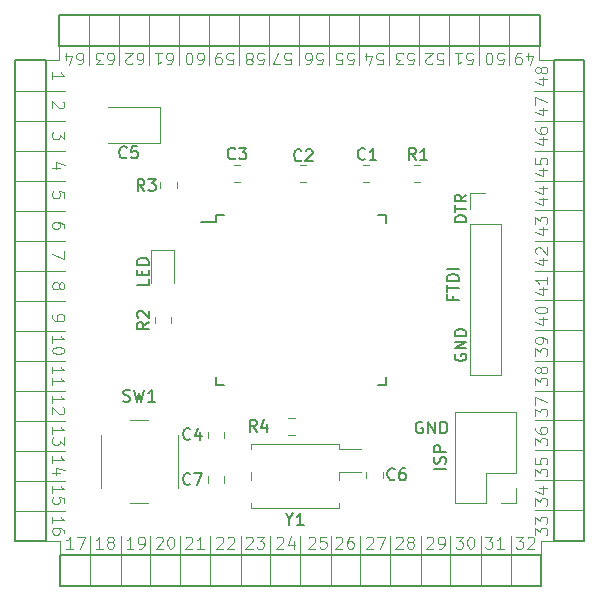
<source format=gbr>
G04 #@! TF.GenerationSoftware,KiCad,Pcbnew,(5.1.5-0-10_14)*
G04 #@! TF.CreationDate,2020-11-09T16:06:39+01:00*
G04 #@! TF.ProjectId,ATmega128_Breakout_Board,41546d65-6761-4313-9238-5f427265616b,rev?*
G04 #@! TF.SameCoordinates,Original*
G04 #@! TF.FileFunction,Legend,Top*
G04 #@! TF.FilePolarity,Positive*
%FSLAX46Y46*%
G04 Gerber Fmt 4.6, Leading zero omitted, Abs format (unit mm)*
G04 Created by KiCad (PCBNEW (5.1.5-0-10_14)) date 2020-11-09 16:06:39*
%MOMM*%
%LPD*%
G04 APERTURE LIST*
%ADD10C,0.100000*%
%ADD11C,0.150000*%
%ADD12C,0.120000*%
G04 APERTURE END LIST*
D10*
X99685714Y-67447619D02*
X99876190Y-67447619D01*
X99971428Y-67400000D01*
X100019047Y-67352380D01*
X100114285Y-67209523D01*
X100161904Y-67019047D01*
X100161904Y-66638095D01*
X100114285Y-66542857D01*
X100066666Y-66495238D01*
X99971428Y-66447619D01*
X99780952Y-66447619D01*
X99685714Y-66495238D01*
X99638095Y-66542857D01*
X99590476Y-66638095D01*
X99590476Y-66876190D01*
X99638095Y-66971428D01*
X99685714Y-67019047D01*
X99780952Y-67066666D01*
X99971428Y-67066666D01*
X100066666Y-67019047D01*
X100114285Y-66971428D01*
X100161904Y-66876190D01*
X98733333Y-67114285D02*
X98733333Y-66447619D01*
X98971428Y-67495238D02*
X99209523Y-66780952D01*
X98590476Y-66780952D01*
D11*
X132612380Y-80812857D02*
X131612380Y-80812857D01*
X131612380Y-80574761D01*
X131660000Y-80431904D01*
X131755238Y-80336666D01*
X131850476Y-80289047D01*
X132040952Y-80241428D01*
X132183809Y-80241428D01*
X132374285Y-80289047D01*
X132469523Y-80336666D01*
X132564761Y-80431904D01*
X132612380Y-80574761D01*
X132612380Y-80812857D01*
X131612380Y-79955714D02*
X131612380Y-79384285D01*
X132612380Y-79670000D02*
X131612380Y-79670000D01*
X132612380Y-78479523D02*
X132136190Y-78812857D01*
X132612380Y-79050952D02*
X131612380Y-79050952D01*
X131612380Y-78670000D01*
X131660000Y-78574761D01*
X131707619Y-78527142D01*
X131802857Y-78479523D01*
X131945714Y-78479523D01*
X132040952Y-78527142D01*
X132088571Y-78574761D01*
X132136190Y-78670000D01*
X132136190Y-79050952D01*
X131650000Y-91981904D02*
X131602380Y-92077142D01*
X131602380Y-92220000D01*
X131650000Y-92362857D01*
X131745238Y-92458095D01*
X131840476Y-92505714D01*
X132030952Y-92553333D01*
X132173809Y-92553333D01*
X132364285Y-92505714D01*
X132459523Y-92458095D01*
X132554761Y-92362857D01*
X132602380Y-92220000D01*
X132602380Y-92124761D01*
X132554761Y-91981904D01*
X132507142Y-91934285D01*
X132173809Y-91934285D01*
X132173809Y-92124761D01*
X132602380Y-91505714D02*
X131602380Y-91505714D01*
X132602380Y-90934285D01*
X131602380Y-90934285D01*
X132602380Y-90458095D02*
X131602380Y-90458095D01*
X131602380Y-90220000D01*
X131650000Y-90077142D01*
X131745238Y-89981904D01*
X131840476Y-89934285D01*
X132030952Y-89886666D01*
X132173809Y-89886666D01*
X132364285Y-89934285D01*
X132459523Y-89981904D01*
X132554761Y-90077142D01*
X132602380Y-90220000D01*
X132602380Y-90458095D01*
X128878095Y-97740000D02*
X128782857Y-97692380D01*
X128640000Y-97692380D01*
X128497142Y-97740000D01*
X128401904Y-97835238D01*
X128354285Y-97930476D01*
X128306666Y-98120952D01*
X128306666Y-98263809D01*
X128354285Y-98454285D01*
X128401904Y-98549523D01*
X128497142Y-98644761D01*
X128640000Y-98692380D01*
X128735238Y-98692380D01*
X128878095Y-98644761D01*
X128925714Y-98597142D01*
X128925714Y-98263809D01*
X128735238Y-98263809D01*
X129354285Y-98692380D02*
X129354285Y-97692380D01*
X129925714Y-98692380D01*
X129925714Y-97692380D01*
X130401904Y-98692380D02*
X130401904Y-97692380D01*
X130640000Y-97692380D01*
X130782857Y-97740000D01*
X130878095Y-97835238D01*
X130925714Y-97930476D01*
X130973333Y-98120952D01*
X130973333Y-98263809D01*
X130925714Y-98454285D01*
X130878095Y-98549523D01*
X130782857Y-98644761D01*
X130640000Y-98692380D01*
X130401904Y-98692380D01*
D12*
X98196400Y-111607601D02*
X98196400Y-107797600D01*
X94386400Y-107797600D02*
X98196400Y-107797600D01*
X94386400Y-105257600D02*
X98577401Y-105257600D01*
X94386400Y-102717600D02*
X98577401Y-102717600D01*
X94386400Y-100152200D02*
X98577401Y-100152200D01*
X94386400Y-97612200D02*
X98577401Y-97612200D01*
X94386400Y-95072200D02*
X98577401Y-95072200D01*
X94386400Y-92532200D02*
X98577401Y-92532200D01*
X94386400Y-89992200D02*
X98577401Y-89992200D01*
X94386400Y-87452200D02*
X98577401Y-87452200D01*
X94386400Y-84912200D02*
X98577401Y-84912200D01*
X94386400Y-82372200D02*
X98577401Y-82372200D01*
X94386400Y-79857600D02*
X98577401Y-79857600D01*
X94386400Y-77317600D02*
X98577401Y-77317600D01*
X94386400Y-74777600D02*
X98577401Y-74777600D01*
X94386400Y-72212200D02*
X98577401Y-72212200D01*
X94386399Y-69672200D02*
X98577400Y-69672200D01*
X94386399Y-67106800D02*
X98094800Y-67106800D01*
X98100000Y-63300000D02*
X98100000Y-67106800D01*
X100660200Y-63296800D02*
X100660200Y-67487801D01*
X103200200Y-63296800D02*
X103200200Y-67487801D01*
X105765600Y-63296800D02*
X105765600Y-67487801D01*
X108305600Y-63296800D02*
X108305600Y-67487801D01*
X110845600Y-63296800D02*
X110845600Y-67487801D01*
X113385600Y-63296800D02*
X113385600Y-67487801D01*
X115900200Y-63296800D02*
X115900200Y-67487801D01*
X118465600Y-63296800D02*
X118465600Y-67487801D01*
X121005600Y-63296800D02*
X121005600Y-67487801D01*
X123520200Y-63296800D02*
X123520200Y-67487801D01*
X126060200Y-63296800D02*
X126060200Y-67487801D01*
X142570200Y-67106800D02*
X138785600Y-67106800D01*
X138785600Y-63296800D02*
X138785600Y-67106800D01*
X128600200Y-63296800D02*
X128600200Y-67487801D01*
X131140200Y-63296800D02*
X131140200Y-67487801D01*
X133680200Y-63296800D02*
X133680200Y-67487801D01*
X136220200Y-63296800D02*
X136220200Y-67487801D01*
X142600000Y-107800000D02*
X138912600Y-107800000D01*
X138912600Y-111607600D02*
X138912600Y-107797600D01*
X142544800Y-69672200D02*
X138353799Y-69672200D01*
X142570200Y-72212200D02*
X138379199Y-72212200D01*
X142570200Y-74752200D02*
X138379199Y-74752200D01*
X142570200Y-77292200D02*
X138379199Y-77292200D01*
X142595600Y-79806800D02*
X138404599Y-79806800D01*
X142595600Y-82372200D02*
X138404599Y-82372200D01*
X142595600Y-84912200D02*
X138404599Y-84912200D01*
X142595600Y-87401400D02*
X138404599Y-87401400D01*
X142595600Y-89966800D02*
X138404599Y-89966800D01*
X142595600Y-92532200D02*
X138404599Y-92532200D01*
X142595600Y-95072200D02*
X138404599Y-95072200D01*
X142595600Y-97586800D02*
X138404599Y-97586800D01*
X142595600Y-100126800D02*
X138404599Y-100126800D01*
X142595600Y-102666800D02*
X138404599Y-102666800D01*
X142595600Y-105206800D02*
X138404599Y-105206800D01*
X136347200Y-111607600D02*
X136347200Y-107416600D01*
X133807200Y-111607600D02*
X133807200Y-107416600D01*
X131241800Y-111607600D02*
X131241800Y-107416600D01*
X128727200Y-111607600D02*
X128727200Y-107416600D01*
X126161800Y-111607600D02*
X126161800Y-107416600D01*
X123621800Y-111607600D02*
X123621800Y-107416600D01*
X121107200Y-111607600D02*
X121107200Y-107416600D01*
X118541800Y-111607600D02*
X118541800Y-107416600D01*
X116001800Y-111582200D02*
X116001800Y-107391200D01*
X113487200Y-111582200D02*
X113487200Y-107391200D01*
X110921800Y-111556800D02*
X110921800Y-107365800D01*
X108381800Y-111556800D02*
X108381800Y-107365800D01*
X105841800Y-111582200D02*
X105841800Y-107391200D01*
X103327200Y-111556800D02*
X103327200Y-107365800D01*
X100761800Y-111582200D02*
X100761800Y-107391200D01*
D10*
X109885714Y-67447619D02*
X110076190Y-67447619D01*
X110171428Y-67400000D01*
X110219047Y-67352380D01*
X110314285Y-67209523D01*
X110361904Y-67019047D01*
X110361904Y-66638095D01*
X110314285Y-66542857D01*
X110266666Y-66495238D01*
X110171428Y-66447619D01*
X109980952Y-66447619D01*
X109885714Y-66495238D01*
X109838095Y-66542857D01*
X109790476Y-66638095D01*
X109790476Y-66876190D01*
X109838095Y-66971428D01*
X109885714Y-67019047D01*
X109980952Y-67066666D01*
X110171428Y-67066666D01*
X110266666Y-67019047D01*
X110314285Y-66971428D01*
X110361904Y-66876190D01*
X109171428Y-67447619D02*
X109076190Y-67447619D01*
X108980952Y-67400000D01*
X108933333Y-67352380D01*
X108885714Y-67257142D01*
X108838095Y-67066666D01*
X108838095Y-66828571D01*
X108885714Y-66638095D01*
X108933333Y-66542857D01*
X108980952Y-66495238D01*
X109076190Y-66447619D01*
X109171428Y-66447619D01*
X109266666Y-66495238D01*
X109314285Y-66542857D01*
X109361904Y-66638095D01*
X109409523Y-66828571D01*
X109409523Y-67066666D01*
X109361904Y-67257142D01*
X109314285Y-67352380D01*
X109266666Y-67400000D01*
X109171428Y-67447619D01*
X102285713Y-67447619D02*
X102476189Y-67447619D01*
X102571427Y-67400000D01*
X102619046Y-67352380D01*
X102714284Y-67209523D01*
X102761903Y-67019047D01*
X102761903Y-66638095D01*
X102714284Y-66542857D01*
X102666665Y-66495238D01*
X102571427Y-66447619D01*
X102380951Y-66447619D01*
X102285713Y-66495238D01*
X102238094Y-66542857D01*
X102190475Y-66638095D01*
X102190475Y-66876190D01*
X102238094Y-66971428D01*
X102285713Y-67019047D01*
X102380951Y-67066666D01*
X102571427Y-67066666D01*
X102666665Y-67019047D01*
X102714284Y-66971428D01*
X102761903Y-66876190D01*
X101857141Y-67447619D02*
X101238094Y-67447619D01*
X101571427Y-67066666D01*
X101428570Y-67066666D01*
X101333332Y-67019047D01*
X101285713Y-66971428D01*
X101238094Y-66876190D01*
X101238094Y-66638095D01*
X101285713Y-66542857D01*
X101333332Y-66495238D01*
X101428570Y-66447619D01*
X101714284Y-66447619D01*
X101809522Y-66495238D01*
X101857141Y-66542857D01*
X127638095Y-67447619D02*
X128114285Y-67447619D01*
X128161904Y-66971428D01*
X128114285Y-67019047D01*
X128019047Y-67066666D01*
X127780952Y-67066666D01*
X127685714Y-67019047D01*
X127638095Y-66971428D01*
X127590476Y-66876190D01*
X127590476Y-66638095D01*
X127638095Y-66542857D01*
X127685714Y-66495238D01*
X127780952Y-66447619D01*
X128019047Y-66447619D01*
X128114285Y-66495238D01*
X128161904Y-66542857D01*
X127257142Y-67447619D02*
X126638095Y-67447619D01*
X126971428Y-67066666D01*
X126828571Y-67066666D01*
X126733333Y-67019047D01*
X126685714Y-66971428D01*
X126638095Y-66876190D01*
X126638095Y-66638095D01*
X126685714Y-66542857D01*
X126733333Y-66495238D01*
X126828571Y-66447619D01*
X127114285Y-66447619D01*
X127209523Y-66495238D01*
X127257142Y-66542857D01*
X112338095Y-67447619D02*
X112814285Y-67447619D01*
X112861904Y-66971428D01*
X112814285Y-67019047D01*
X112719047Y-67066666D01*
X112480952Y-67066666D01*
X112385714Y-67019047D01*
X112338095Y-66971428D01*
X112290476Y-66876190D01*
X112290476Y-66638095D01*
X112338095Y-66542857D01*
X112385714Y-66495238D01*
X112480952Y-66447619D01*
X112719047Y-66447619D01*
X112814285Y-66495238D01*
X112861904Y-66542857D01*
X111814285Y-66447619D02*
X111623809Y-66447619D01*
X111528571Y-66495238D01*
X111480952Y-66542857D01*
X111385714Y-66685714D01*
X111338095Y-66876190D01*
X111338095Y-67257142D01*
X111385714Y-67352380D01*
X111433333Y-67400000D01*
X111528571Y-67447619D01*
X111719047Y-67447619D01*
X111814285Y-67400000D01*
X111861904Y-67352380D01*
X111909523Y-67257142D01*
X111909523Y-67019047D01*
X111861904Y-66923809D01*
X111814285Y-66876190D01*
X111719047Y-66828571D01*
X111528571Y-66828571D01*
X111433333Y-66876190D01*
X111385714Y-66923809D01*
X111338095Y-67019047D01*
X119938096Y-67447619D02*
X120414286Y-67447619D01*
X120461905Y-66971428D01*
X120414286Y-67019047D01*
X120319048Y-67066666D01*
X120080953Y-67066666D01*
X119985715Y-67019047D01*
X119938096Y-66971428D01*
X119890477Y-66876190D01*
X119890477Y-66638095D01*
X119938096Y-66542857D01*
X119985715Y-66495238D01*
X120080953Y-66447619D01*
X120319048Y-66447619D01*
X120414286Y-66495238D01*
X120461905Y-66542857D01*
X119033334Y-67447619D02*
X119223810Y-67447619D01*
X119319048Y-67400000D01*
X119366667Y-67352380D01*
X119461905Y-67209523D01*
X119509524Y-67019047D01*
X119509524Y-66638095D01*
X119461905Y-66542857D01*
X119414286Y-66495238D01*
X119319048Y-66447619D01*
X119128572Y-66447619D01*
X119033334Y-66495238D01*
X118985715Y-66542857D01*
X118938096Y-66638095D01*
X118938096Y-66876190D01*
X118985715Y-66971428D01*
X119033334Y-67019047D01*
X119128572Y-67066666D01*
X119319048Y-67066666D01*
X119414286Y-67019047D01*
X119461905Y-66971428D01*
X119509524Y-66876190D01*
X132638096Y-67447619D02*
X133114286Y-67447619D01*
X133161905Y-66971428D01*
X133114286Y-67019047D01*
X133019048Y-67066666D01*
X132780953Y-67066666D01*
X132685715Y-67019047D01*
X132638096Y-66971428D01*
X132590477Y-66876190D01*
X132590477Y-66638095D01*
X132638096Y-66542857D01*
X132685715Y-66495238D01*
X132780953Y-66447619D01*
X133019048Y-66447619D01*
X133114286Y-66495238D01*
X133161905Y-66542857D01*
X131638096Y-66447619D02*
X132209524Y-66447619D01*
X131923810Y-66447619D02*
X131923810Y-67447619D01*
X132019048Y-67304761D01*
X132114286Y-67209523D01*
X132209524Y-67161904D01*
X135238095Y-67447619D02*
X135714285Y-67447619D01*
X135761904Y-66971428D01*
X135714285Y-67019047D01*
X135619047Y-67066666D01*
X135380952Y-67066666D01*
X135285714Y-67019047D01*
X135238095Y-66971428D01*
X135190476Y-66876190D01*
X135190476Y-66638095D01*
X135238095Y-66542857D01*
X135285714Y-66495238D01*
X135380952Y-66447619D01*
X135619047Y-66447619D01*
X135714285Y-66495238D01*
X135761904Y-66542857D01*
X134571428Y-67447619D02*
X134476190Y-67447619D01*
X134380952Y-67400000D01*
X134333333Y-67352380D01*
X134285714Y-67257142D01*
X134238095Y-67066666D01*
X134238095Y-66828571D01*
X134285714Y-66638095D01*
X134333333Y-66542857D01*
X134380952Y-66495238D01*
X134476190Y-66447619D01*
X134571428Y-66447619D01*
X134666666Y-66495238D01*
X134714285Y-66542857D01*
X134761904Y-66638095D01*
X134809523Y-66828571D01*
X134809523Y-67066666D01*
X134761904Y-67257142D01*
X134714285Y-67352380D01*
X134666666Y-67400000D01*
X134571428Y-67447619D01*
X130138095Y-67447619D02*
X130614285Y-67447619D01*
X130661904Y-66971428D01*
X130614285Y-67019047D01*
X130519047Y-67066666D01*
X130280952Y-67066666D01*
X130185714Y-67019047D01*
X130138095Y-66971428D01*
X130090476Y-66876190D01*
X130090476Y-66638095D01*
X130138095Y-66542857D01*
X130185714Y-66495238D01*
X130280952Y-66447619D01*
X130519047Y-66447619D01*
X130614285Y-66495238D01*
X130661904Y-66542857D01*
X129709523Y-67352380D02*
X129661904Y-67400000D01*
X129566666Y-67447619D01*
X129328571Y-67447619D01*
X129233333Y-67400000D01*
X129185714Y-67352380D01*
X129138095Y-67257142D01*
X129138095Y-67161904D01*
X129185714Y-67019047D01*
X129757142Y-66447619D01*
X129138095Y-66447619D01*
X114938096Y-67447619D02*
X115414286Y-67447619D01*
X115461905Y-66971428D01*
X115414286Y-67019047D01*
X115319048Y-67066666D01*
X115080953Y-67066666D01*
X114985715Y-67019047D01*
X114938096Y-66971428D01*
X114890477Y-66876190D01*
X114890477Y-66638095D01*
X114938096Y-66542857D01*
X114985715Y-66495238D01*
X115080953Y-66447619D01*
X115319048Y-66447619D01*
X115414286Y-66495238D01*
X115461905Y-66542857D01*
X114319048Y-67019047D02*
X114414286Y-67066666D01*
X114461905Y-67114285D01*
X114509524Y-67209523D01*
X114509524Y-67257142D01*
X114461905Y-67352380D01*
X114414286Y-67400000D01*
X114319048Y-67447619D01*
X114128572Y-67447619D01*
X114033334Y-67400000D01*
X113985715Y-67352380D01*
X113938096Y-67257142D01*
X113938096Y-67209523D01*
X113985715Y-67114285D01*
X114033334Y-67066666D01*
X114128572Y-67019047D01*
X114319048Y-67019047D01*
X114414286Y-66971428D01*
X114461905Y-66923809D01*
X114509524Y-66828571D01*
X114509524Y-66638095D01*
X114461905Y-66542857D01*
X114414286Y-66495238D01*
X114319048Y-66447619D01*
X114128572Y-66447619D01*
X114033334Y-66495238D01*
X113985715Y-66542857D01*
X113938096Y-66638095D01*
X113938096Y-66828571D01*
X113985715Y-66923809D01*
X114033334Y-66971428D01*
X114128572Y-67019047D01*
X117238095Y-67447619D02*
X117714285Y-67447619D01*
X117761904Y-66971428D01*
X117714285Y-67019047D01*
X117619047Y-67066666D01*
X117380952Y-67066666D01*
X117285714Y-67019047D01*
X117238095Y-66971428D01*
X117190476Y-66876190D01*
X117190476Y-66638095D01*
X117238095Y-66542857D01*
X117285714Y-66495238D01*
X117380952Y-66447619D01*
X117619047Y-66447619D01*
X117714285Y-66495238D01*
X117761904Y-66542857D01*
X116857142Y-67447619D02*
X116190476Y-67447619D01*
X116619047Y-66447619D01*
X107285713Y-67447619D02*
X107476189Y-67447619D01*
X107571427Y-67400000D01*
X107619046Y-67352380D01*
X107714284Y-67209523D01*
X107761903Y-67019047D01*
X107761903Y-66638095D01*
X107714284Y-66542857D01*
X107666665Y-66495238D01*
X107571427Y-66447619D01*
X107380951Y-66447619D01*
X107285713Y-66495238D01*
X107238094Y-66542857D01*
X107190475Y-66638095D01*
X107190475Y-66876190D01*
X107238094Y-66971428D01*
X107285713Y-67019047D01*
X107380951Y-67066666D01*
X107571427Y-67066666D01*
X107666665Y-67019047D01*
X107714284Y-66971428D01*
X107761903Y-66876190D01*
X106238094Y-66447619D02*
X106809522Y-66447619D01*
X106523808Y-66447619D02*
X106523808Y-67447619D01*
X106619046Y-67304761D01*
X106714284Y-67209523D01*
X106809522Y-67161904D01*
X137785714Y-67114285D02*
X137785714Y-66447619D01*
X138023809Y-67495238D02*
X138261904Y-66780952D01*
X137642857Y-66780952D01*
X137214285Y-66447619D02*
X137023809Y-66447619D01*
X136928571Y-66495238D01*
X136880952Y-66542857D01*
X136785714Y-66685714D01*
X136738095Y-66876190D01*
X136738095Y-67257142D01*
X136785714Y-67352380D01*
X136833333Y-67400000D01*
X136928571Y-67447619D01*
X137119047Y-67447619D01*
X137214285Y-67400000D01*
X137261904Y-67352380D01*
X137309523Y-67257142D01*
X137309523Y-67019047D01*
X137261904Y-66923809D01*
X137214285Y-66876190D01*
X137119047Y-66828571D01*
X136928571Y-66828571D01*
X136833333Y-66876190D01*
X136785714Y-66923809D01*
X136738095Y-67019047D01*
X104785713Y-67447619D02*
X104976189Y-67447619D01*
X105071427Y-67400000D01*
X105119046Y-67352380D01*
X105214284Y-67209523D01*
X105261903Y-67019047D01*
X105261903Y-66638095D01*
X105214284Y-66542857D01*
X105166665Y-66495238D01*
X105071427Y-66447619D01*
X104880951Y-66447619D01*
X104785713Y-66495238D01*
X104738094Y-66542857D01*
X104690475Y-66638095D01*
X104690475Y-66876190D01*
X104738094Y-66971428D01*
X104785713Y-67019047D01*
X104880951Y-67066666D01*
X105071427Y-67066666D01*
X105166665Y-67019047D01*
X105214284Y-66971428D01*
X105261903Y-66876190D01*
X104309522Y-67352380D02*
X104261903Y-67400000D01*
X104166665Y-67447619D01*
X103928570Y-67447619D01*
X103833332Y-67400000D01*
X103785713Y-67352380D01*
X103738094Y-67257142D01*
X103738094Y-67161904D01*
X103785713Y-67019047D01*
X104357141Y-66447619D01*
X103738094Y-66447619D01*
X125038095Y-67447619D02*
X125514285Y-67447619D01*
X125561904Y-66971428D01*
X125514285Y-67019047D01*
X125419047Y-67066666D01*
X125180952Y-67066666D01*
X125085714Y-67019047D01*
X125038095Y-66971428D01*
X124990476Y-66876190D01*
X124990476Y-66638095D01*
X125038095Y-66542857D01*
X125085714Y-66495238D01*
X125180952Y-66447619D01*
X125419047Y-66447619D01*
X125514285Y-66495238D01*
X125561904Y-66542857D01*
X124133333Y-67114285D02*
X124133333Y-66447619D01*
X124371428Y-67495238D02*
X124609523Y-66780952D01*
X123990476Y-66780952D01*
X122538095Y-67447619D02*
X123014285Y-67447619D01*
X123061904Y-66971428D01*
X123014285Y-67019047D01*
X122919047Y-67066666D01*
X122680952Y-67066666D01*
X122585714Y-67019047D01*
X122538095Y-66971428D01*
X122490476Y-66876190D01*
X122490476Y-66638095D01*
X122538095Y-66542857D01*
X122585714Y-66495238D01*
X122680952Y-66447619D01*
X122919047Y-66447619D01*
X123014285Y-66495238D01*
X123061904Y-66542857D01*
X121585714Y-67447619D02*
X122061904Y-67447619D01*
X122109523Y-66971428D01*
X122061904Y-67019047D01*
X121966666Y-67066666D01*
X121728571Y-67066666D01*
X121633333Y-67019047D01*
X121585714Y-66971428D01*
X121538095Y-66876190D01*
X121538095Y-66638095D01*
X121585714Y-66542857D01*
X121633333Y-66495238D01*
X121728571Y-66447619D01*
X121966666Y-66447619D01*
X122061904Y-66495238D01*
X122109523Y-66542857D01*
X138785714Y-78885714D02*
X139452380Y-78885714D01*
X138404761Y-79123809D02*
X139119047Y-79361904D01*
X139119047Y-78742857D01*
X138785714Y-77933333D02*
X139452380Y-77933333D01*
X138404761Y-78171428D02*
X139119047Y-78409523D01*
X139119047Y-77790476D01*
X138785714Y-83985714D02*
X139452380Y-83985714D01*
X138404761Y-84223809D02*
X139119047Y-84461904D01*
X139119047Y-83842857D01*
X138547619Y-83509523D02*
X138500000Y-83461904D01*
X138452380Y-83366666D01*
X138452380Y-83128571D01*
X138500000Y-83033333D01*
X138547619Y-82985714D01*
X138642857Y-82938095D01*
X138738095Y-82938095D01*
X138880952Y-82985714D01*
X139452380Y-83557142D01*
X139452380Y-82938095D01*
X138785714Y-86485714D02*
X139452380Y-86485714D01*
X138404761Y-86723809D02*
X139119047Y-86961904D01*
X139119047Y-86342857D01*
X139452380Y-85438095D02*
X139452380Y-86009523D01*
X139452380Y-85723809D02*
X138452380Y-85723809D01*
X138595238Y-85819047D01*
X138690476Y-85914285D01*
X138738095Y-86009523D01*
X138452380Y-107309523D02*
X138452380Y-106690476D01*
X138833333Y-107023809D01*
X138833333Y-106880952D01*
X138880952Y-106785714D01*
X138928571Y-106738095D01*
X139023809Y-106690476D01*
X139261904Y-106690476D01*
X139357142Y-106738095D01*
X139404761Y-106785714D01*
X139452380Y-106880952D01*
X139452380Y-107166666D01*
X139404761Y-107261904D01*
X139357142Y-107309523D01*
X138452380Y-106357142D02*
X138452380Y-105738095D01*
X138833333Y-106071428D01*
X138833333Y-105928571D01*
X138880952Y-105833333D01*
X138928571Y-105785714D01*
X139023809Y-105738095D01*
X139261904Y-105738095D01*
X139357142Y-105785714D01*
X139404761Y-105833333D01*
X139452380Y-105928571D01*
X139452380Y-106214285D01*
X139404761Y-106309523D01*
X139357142Y-106357142D01*
X138785714Y-89007914D02*
X139452380Y-89007914D01*
X138404761Y-89246009D02*
X139119047Y-89484104D01*
X139119047Y-88865057D01*
X138452380Y-88293628D02*
X138452380Y-88198390D01*
X138500000Y-88103152D01*
X138547619Y-88055533D01*
X138642857Y-88007914D01*
X138833333Y-87960295D01*
X139071428Y-87960295D01*
X139261904Y-88007914D01*
X139357142Y-88055533D01*
X139404761Y-88103152D01*
X139452380Y-88198390D01*
X139452380Y-88293628D01*
X139404761Y-88388866D01*
X139357142Y-88436485D01*
X139261904Y-88484104D01*
X139071428Y-88531723D01*
X138833333Y-88531723D01*
X138642857Y-88484104D01*
X138547619Y-88436485D01*
X138500000Y-88388866D01*
X138452380Y-88293628D01*
X138785714Y-76385714D02*
X139452380Y-76385714D01*
X138404761Y-76623809D02*
X139119047Y-76861904D01*
X139119047Y-76242857D01*
X138452380Y-75385714D02*
X138452380Y-75861904D01*
X138928571Y-75909523D01*
X138880952Y-75861904D01*
X138833333Y-75766666D01*
X138833333Y-75528571D01*
X138880952Y-75433333D01*
X138928571Y-75385714D01*
X139023809Y-75338095D01*
X139261904Y-75338095D01*
X139357142Y-75385714D01*
X139404761Y-75433333D01*
X139452380Y-75528571D01*
X139452380Y-75766666D01*
X139404761Y-75861904D01*
X139357142Y-75909523D01*
X138785714Y-71285714D02*
X139452380Y-71285714D01*
X138404761Y-71523809D02*
X139119047Y-71761904D01*
X139119047Y-71142857D01*
X138452380Y-70857142D02*
X138452380Y-70190476D01*
X139452380Y-70619047D01*
X138785714Y-73785714D02*
X139452380Y-73785714D01*
X138404761Y-74023809D02*
X139119047Y-74261904D01*
X139119047Y-73642857D01*
X138452380Y-72833333D02*
X138452380Y-73023809D01*
X138500000Y-73119047D01*
X138547619Y-73166666D01*
X138690476Y-73261904D01*
X138880952Y-73309523D01*
X139261904Y-73309523D01*
X139357142Y-73261904D01*
X139404761Y-73214285D01*
X139452380Y-73119047D01*
X139452380Y-72928571D01*
X139404761Y-72833333D01*
X139357142Y-72785714D01*
X139261904Y-72738095D01*
X139023809Y-72738095D01*
X138928571Y-72785714D01*
X138880952Y-72833333D01*
X138833333Y-72928571D01*
X138833333Y-73119047D01*
X138880952Y-73214285D01*
X138928571Y-73261904D01*
X139023809Y-73309523D01*
X138785714Y-68685714D02*
X139452380Y-68685714D01*
X138404761Y-68923809D02*
X139119047Y-69161904D01*
X139119047Y-68542857D01*
X138880952Y-68019047D02*
X138833333Y-68114285D01*
X138785714Y-68161904D01*
X138690476Y-68209523D01*
X138642857Y-68209523D01*
X138547619Y-68161904D01*
X138500000Y-68114285D01*
X138452380Y-68019047D01*
X138452380Y-67828571D01*
X138500000Y-67733333D01*
X138547619Y-67685714D01*
X138642857Y-67638095D01*
X138690476Y-67638095D01*
X138785714Y-67685714D01*
X138833333Y-67733333D01*
X138880952Y-67828571D01*
X138880952Y-68019047D01*
X138928571Y-68114285D01*
X138976190Y-68161904D01*
X139071428Y-68209523D01*
X139261904Y-68209523D01*
X139357142Y-68161904D01*
X139404761Y-68114285D01*
X139452380Y-68019047D01*
X139452380Y-67828571D01*
X139404761Y-67733333D01*
X139357142Y-67685714D01*
X139261904Y-67638095D01*
X139071428Y-67638095D01*
X138976190Y-67685714D01*
X138928571Y-67733333D01*
X138880952Y-67828571D01*
X138785714Y-81385714D02*
X139452380Y-81385714D01*
X138404761Y-81623809D02*
X139119047Y-81861904D01*
X139119047Y-81242857D01*
X138452380Y-80957142D02*
X138452380Y-80338095D01*
X138833333Y-80671428D01*
X138833333Y-80528571D01*
X138880952Y-80433333D01*
X138928571Y-80385714D01*
X139023809Y-80338095D01*
X139261904Y-80338095D01*
X139357142Y-80385714D01*
X139404761Y-80433333D01*
X139452380Y-80528571D01*
X139452380Y-80814285D01*
X139404761Y-80909523D01*
X139357142Y-80957142D01*
X138452380Y-92109523D02*
X138452380Y-91490476D01*
X138833333Y-91823809D01*
X138833333Y-91680952D01*
X138880952Y-91585714D01*
X138928571Y-91538095D01*
X139023809Y-91490476D01*
X139261904Y-91490476D01*
X139357142Y-91538095D01*
X139404761Y-91585714D01*
X139452380Y-91680952D01*
X139452380Y-91966666D01*
X139404761Y-92061904D01*
X139357142Y-92109523D01*
X139452380Y-91014285D02*
X139452380Y-90823809D01*
X139404761Y-90728571D01*
X139357142Y-90680952D01*
X139214285Y-90585714D01*
X139023809Y-90538095D01*
X138642857Y-90538095D01*
X138547619Y-90585714D01*
X138500000Y-90633333D01*
X138452380Y-90728571D01*
X138452380Y-90919047D01*
X138500000Y-91014285D01*
X138547619Y-91061904D01*
X138642857Y-91109523D01*
X138880952Y-91109523D01*
X138976190Y-91061904D01*
X139023809Y-91014285D01*
X139071428Y-90919047D01*
X139071428Y-90728571D01*
X139023809Y-90633333D01*
X138976190Y-90585714D01*
X138880952Y-90538095D01*
X138452380Y-94609523D02*
X138452380Y-93990476D01*
X138833333Y-94323809D01*
X138833333Y-94180952D01*
X138880952Y-94085714D01*
X138928571Y-94038095D01*
X139023809Y-93990476D01*
X139261904Y-93990476D01*
X139357142Y-94038095D01*
X139404761Y-94085714D01*
X139452380Y-94180952D01*
X139452380Y-94466666D01*
X139404761Y-94561904D01*
X139357142Y-94609523D01*
X138880952Y-93419047D02*
X138833333Y-93514285D01*
X138785714Y-93561904D01*
X138690476Y-93609523D01*
X138642857Y-93609523D01*
X138547619Y-93561904D01*
X138500000Y-93514285D01*
X138452380Y-93419047D01*
X138452380Y-93228571D01*
X138500000Y-93133333D01*
X138547619Y-93085714D01*
X138642857Y-93038095D01*
X138690476Y-93038095D01*
X138785714Y-93085714D01*
X138833333Y-93133333D01*
X138880952Y-93228571D01*
X138880952Y-93419047D01*
X138928571Y-93514285D01*
X138976190Y-93561904D01*
X139071428Y-93609523D01*
X139261904Y-93609523D01*
X139357142Y-93561904D01*
X139404761Y-93514285D01*
X139452380Y-93419047D01*
X139452380Y-93228571D01*
X139404761Y-93133333D01*
X139357142Y-93085714D01*
X139261904Y-93038095D01*
X139071428Y-93038095D01*
X138976190Y-93085714D01*
X138928571Y-93133333D01*
X138880952Y-93228571D01*
X138452380Y-102309523D02*
X138452380Y-101690476D01*
X138833333Y-102023809D01*
X138833333Y-101880952D01*
X138880952Y-101785714D01*
X138928571Y-101738095D01*
X139023809Y-101690476D01*
X139261904Y-101690476D01*
X139357142Y-101738095D01*
X139404761Y-101785714D01*
X139452380Y-101880952D01*
X139452380Y-102166666D01*
X139404761Y-102261904D01*
X139357142Y-102309523D01*
X138452380Y-100785714D02*
X138452380Y-101261904D01*
X138928571Y-101309523D01*
X138880952Y-101261904D01*
X138833333Y-101166666D01*
X138833333Y-100928571D01*
X138880952Y-100833333D01*
X138928571Y-100785714D01*
X139023809Y-100738095D01*
X139261904Y-100738095D01*
X139357142Y-100785714D01*
X139404761Y-100833333D01*
X139452380Y-100928571D01*
X139452380Y-101166666D01*
X139404761Y-101261904D01*
X139357142Y-101309523D01*
X138452380Y-99709523D02*
X138452380Y-99090476D01*
X138833333Y-99423809D01*
X138833333Y-99280952D01*
X138880952Y-99185714D01*
X138928571Y-99138095D01*
X139023809Y-99090476D01*
X139261904Y-99090476D01*
X139357142Y-99138095D01*
X139404761Y-99185714D01*
X139452380Y-99280952D01*
X139452380Y-99566666D01*
X139404761Y-99661904D01*
X139357142Y-99709523D01*
X138452380Y-98233333D02*
X138452380Y-98423809D01*
X138500000Y-98519047D01*
X138547619Y-98566666D01*
X138690476Y-98661904D01*
X138880952Y-98709523D01*
X139261904Y-98709523D01*
X139357142Y-98661904D01*
X139404761Y-98614285D01*
X139452380Y-98519047D01*
X139452380Y-98328571D01*
X139404761Y-98233333D01*
X139357142Y-98185714D01*
X139261904Y-98138095D01*
X139023809Y-98138095D01*
X138928571Y-98185714D01*
X138880952Y-98233333D01*
X138833333Y-98328571D01*
X138833333Y-98519047D01*
X138880952Y-98614285D01*
X138928571Y-98661904D01*
X139023809Y-98709523D01*
X138452380Y-97209523D02*
X138452380Y-96590476D01*
X138833333Y-96923809D01*
X138833333Y-96780952D01*
X138880952Y-96685714D01*
X138928571Y-96638095D01*
X139023809Y-96590476D01*
X139261904Y-96590476D01*
X139357142Y-96638095D01*
X139404761Y-96685714D01*
X139452380Y-96780952D01*
X139452380Y-97066666D01*
X139404761Y-97161904D01*
X139357142Y-97209523D01*
X138452380Y-96257142D02*
X138452380Y-95590476D01*
X139452380Y-96019047D01*
X138452380Y-104809523D02*
X138452380Y-104190476D01*
X138833333Y-104523809D01*
X138833333Y-104380952D01*
X138880952Y-104285714D01*
X138928571Y-104238095D01*
X139023809Y-104190476D01*
X139261904Y-104190476D01*
X139357142Y-104238095D01*
X139404761Y-104285714D01*
X139452380Y-104380952D01*
X139452380Y-104666666D01*
X139404761Y-104761904D01*
X139357142Y-104809523D01*
X138785714Y-103333333D02*
X139452380Y-103333333D01*
X138404761Y-103571428D02*
X139119047Y-103809523D01*
X139119047Y-103190476D01*
X126638095Y-107547619D02*
X126685714Y-107500000D01*
X126780952Y-107452380D01*
X127019047Y-107452380D01*
X127114285Y-107500000D01*
X127161904Y-107547619D01*
X127209523Y-107642857D01*
X127209523Y-107738095D01*
X127161904Y-107880952D01*
X126590476Y-108452380D01*
X127209523Y-108452380D01*
X127780952Y-107880952D02*
X127685714Y-107833333D01*
X127638095Y-107785714D01*
X127590476Y-107690476D01*
X127590476Y-107642857D01*
X127638095Y-107547619D01*
X127685714Y-107500000D01*
X127780952Y-107452380D01*
X127971428Y-107452380D01*
X128066666Y-107500000D01*
X128114285Y-107547619D01*
X128161904Y-107642857D01*
X128161904Y-107690476D01*
X128114285Y-107785714D01*
X128066666Y-107833333D01*
X127971428Y-107880952D01*
X127780952Y-107880952D01*
X127685714Y-107928571D01*
X127638095Y-107976190D01*
X127590476Y-108071428D01*
X127590476Y-108261904D01*
X127638095Y-108357142D01*
X127685714Y-108404761D01*
X127780952Y-108452380D01*
X127971428Y-108452380D01*
X128066666Y-108404761D01*
X128114285Y-108357142D01*
X128161904Y-108261904D01*
X128161904Y-108071428D01*
X128114285Y-107976190D01*
X128066666Y-107928571D01*
X127971428Y-107880952D01*
X121538094Y-107547619D02*
X121585713Y-107500000D01*
X121680951Y-107452380D01*
X121919046Y-107452380D01*
X122014284Y-107500000D01*
X122061903Y-107547619D01*
X122109522Y-107642857D01*
X122109522Y-107738095D01*
X122061903Y-107880952D01*
X121490475Y-108452380D01*
X122109522Y-108452380D01*
X122966665Y-107452380D02*
X122776189Y-107452380D01*
X122680951Y-107500000D01*
X122633332Y-107547619D01*
X122538094Y-107690476D01*
X122490475Y-107880952D01*
X122490475Y-108261904D01*
X122538094Y-108357142D01*
X122585713Y-108404761D01*
X122680951Y-108452380D01*
X122871427Y-108452380D01*
X122966665Y-108404761D01*
X123014284Y-108357142D01*
X123061903Y-108261904D01*
X123061903Y-108023809D01*
X123014284Y-107928571D01*
X122966665Y-107880952D01*
X122871427Y-107833333D01*
X122680951Y-107833333D01*
X122585713Y-107880952D01*
X122538094Y-107928571D01*
X122490475Y-108023809D01*
X119238095Y-107547619D02*
X119285714Y-107500000D01*
X119380952Y-107452380D01*
X119619047Y-107452380D01*
X119714285Y-107500000D01*
X119761904Y-107547619D01*
X119809523Y-107642857D01*
X119809523Y-107738095D01*
X119761904Y-107880952D01*
X119190476Y-108452380D01*
X119809523Y-108452380D01*
X120714285Y-107452380D02*
X120238095Y-107452380D01*
X120190476Y-107928571D01*
X120238095Y-107880952D01*
X120333333Y-107833333D01*
X120571428Y-107833333D01*
X120666666Y-107880952D01*
X120714285Y-107928571D01*
X120761904Y-108023809D01*
X120761904Y-108261904D01*
X120714285Y-108357142D01*
X120666666Y-108404761D01*
X120571428Y-108452380D01*
X120333333Y-108452380D01*
X120238095Y-108404761D01*
X120190476Y-108357142D01*
X99309523Y-108452380D02*
X98738095Y-108452380D01*
X99023809Y-108452380D02*
X99023809Y-107452380D01*
X98928571Y-107595238D01*
X98833333Y-107690476D01*
X98738095Y-107738095D01*
X99642857Y-107452380D02*
X100309523Y-107452380D01*
X99880952Y-108452380D01*
X116538094Y-107547619D02*
X116585713Y-107500000D01*
X116680951Y-107452380D01*
X116919046Y-107452380D01*
X117014284Y-107500000D01*
X117061903Y-107547619D01*
X117109522Y-107642857D01*
X117109522Y-107738095D01*
X117061903Y-107880952D01*
X116490475Y-108452380D01*
X117109522Y-108452380D01*
X117966665Y-107785714D02*
X117966665Y-108452380D01*
X117728570Y-107404761D02*
X117490475Y-108119047D01*
X118109522Y-108119047D01*
X129238096Y-107547619D02*
X129285715Y-107500000D01*
X129380953Y-107452380D01*
X129619048Y-107452380D01*
X129714286Y-107500000D01*
X129761905Y-107547619D01*
X129809524Y-107642857D01*
X129809524Y-107738095D01*
X129761905Y-107880952D01*
X129190477Y-108452380D01*
X129809524Y-108452380D01*
X130285715Y-108452380D02*
X130476191Y-108452380D01*
X130571429Y-108404761D01*
X130619048Y-108357142D01*
X130714286Y-108214285D01*
X130761905Y-108023809D01*
X130761905Y-107642857D01*
X130714286Y-107547619D01*
X130666667Y-107500000D01*
X130571429Y-107452380D01*
X130380953Y-107452380D01*
X130285715Y-107500000D01*
X130238096Y-107547619D01*
X130190477Y-107642857D01*
X130190477Y-107880952D01*
X130238096Y-107976190D01*
X130285715Y-108023809D01*
X130380953Y-108071428D01*
X130571429Y-108071428D01*
X130666667Y-108023809D01*
X130714286Y-107976190D01*
X130761905Y-107880952D01*
X134190477Y-107452380D02*
X134809524Y-107452380D01*
X134476191Y-107833333D01*
X134619048Y-107833333D01*
X134714286Y-107880952D01*
X134761905Y-107928571D01*
X134809524Y-108023809D01*
X134809524Y-108261904D01*
X134761905Y-108357142D01*
X134714286Y-108404761D01*
X134619048Y-108452380D01*
X134333334Y-108452380D01*
X134238096Y-108404761D01*
X134190477Y-108357142D01*
X135761905Y-108452380D02*
X135190477Y-108452380D01*
X135476191Y-108452380D02*
X135476191Y-107452380D01*
X135380953Y-107595238D01*
X135285715Y-107690476D01*
X135190477Y-107738095D01*
X131690477Y-107452380D02*
X132309524Y-107452380D01*
X131976191Y-107833333D01*
X132119048Y-107833333D01*
X132214286Y-107880952D01*
X132261905Y-107928571D01*
X132309524Y-108023809D01*
X132309524Y-108261904D01*
X132261905Y-108357142D01*
X132214286Y-108404761D01*
X132119048Y-108452380D01*
X131833334Y-108452380D01*
X131738096Y-108404761D01*
X131690477Y-108357142D01*
X132928572Y-107452380D02*
X133023810Y-107452380D01*
X133119048Y-107500000D01*
X133166667Y-107547619D01*
X133214286Y-107642857D01*
X133261905Y-107833333D01*
X133261905Y-108071428D01*
X133214286Y-108261904D01*
X133166667Y-108357142D01*
X133119048Y-108404761D01*
X133023810Y-108452380D01*
X132928572Y-108452380D01*
X132833334Y-108404761D01*
X132785715Y-108357142D01*
X132738096Y-108261904D01*
X132690477Y-108071428D01*
X132690477Y-107833333D01*
X132738096Y-107642857D01*
X132785715Y-107547619D01*
X132833334Y-107500000D01*
X132928572Y-107452380D01*
X136790476Y-107452380D02*
X137409523Y-107452380D01*
X137076190Y-107833333D01*
X137219047Y-107833333D01*
X137314285Y-107880952D01*
X137361904Y-107928571D01*
X137409523Y-108023809D01*
X137409523Y-108261904D01*
X137361904Y-108357142D01*
X137314285Y-108404761D01*
X137219047Y-108452380D01*
X136933333Y-108452380D01*
X136838095Y-108404761D01*
X136790476Y-108357142D01*
X137790476Y-107547619D02*
X137838095Y-107500000D01*
X137933333Y-107452380D01*
X138171428Y-107452380D01*
X138266666Y-107500000D01*
X138314285Y-107547619D01*
X138361904Y-107642857D01*
X138361904Y-107738095D01*
X138314285Y-107880952D01*
X137742857Y-108452380D01*
X138361904Y-108452380D01*
X124138095Y-107547619D02*
X124185714Y-107500000D01*
X124280952Y-107452380D01*
X124519047Y-107452380D01*
X124614285Y-107500000D01*
X124661904Y-107547619D01*
X124709523Y-107642857D01*
X124709523Y-107738095D01*
X124661904Y-107880952D01*
X124090476Y-108452380D01*
X124709523Y-108452380D01*
X125042857Y-107452380D02*
X125709523Y-107452380D01*
X125280952Y-108452380D01*
X113938095Y-107547619D02*
X113985714Y-107500000D01*
X114080952Y-107452380D01*
X114319047Y-107452380D01*
X114414285Y-107500000D01*
X114461904Y-107547619D01*
X114509523Y-107642857D01*
X114509523Y-107738095D01*
X114461904Y-107880952D01*
X113890476Y-108452380D01*
X114509523Y-108452380D01*
X114842857Y-107452380D02*
X115461904Y-107452380D01*
X115128571Y-107833333D01*
X115271428Y-107833333D01*
X115366666Y-107880952D01*
X115414285Y-107928571D01*
X115461904Y-108023809D01*
X115461904Y-108261904D01*
X115414285Y-108357142D01*
X115366666Y-108404761D01*
X115271428Y-108452380D01*
X114985714Y-108452380D01*
X114890476Y-108404761D01*
X114842857Y-108357142D01*
X111438095Y-107547619D02*
X111485714Y-107500000D01*
X111580952Y-107452380D01*
X111819047Y-107452380D01*
X111914285Y-107500000D01*
X111961904Y-107547619D01*
X112009523Y-107642857D01*
X112009523Y-107738095D01*
X111961904Y-107880952D01*
X111390476Y-108452380D01*
X112009523Y-108452380D01*
X112390476Y-107547619D02*
X112438095Y-107500000D01*
X112533333Y-107452380D01*
X112771428Y-107452380D01*
X112866666Y-107500000D01*
X112914285Y-107547619D01*
X112961904Y-107642857D01*
X112961904Y-107738095D01*
X112914285Y-107880952D01*
X112342857Y-108452380D01*
X112961904Y-108452380D01*
X104409522Y-108452380D02*
X103838094Y-108452380D01*
X104123808Y-108452380D02*
X104123808Y-107452380D01*
X104028570Y-107595238D01*
X103933332Y-107690476D01*
X103838094Y-107738095D01*
X104885713Y-108452380D02*
X105076189Y-108452380D01*
X105171427Y-108404761D01*
X105219046Y-108357142D01*
X105314284Y-108214285D01*
X105361903Y-108023809D01*
X105361903Y-107642857D01*
X105314284Y-107547619D01*
X105266665Y-107500000D01*
X105171427Y-107452380D01*
X104980951Y-107452380D01*
X104885713Y-107500000D01*
X104838094Y-107547619D01*
X104790475Y-107642857D01*
X104790475Y-107880952D01*
X104838094Y-107976190D01*
X104885713Y-108023809D01*
X104980951Y-108071428D01*
X105171427Y-108071428D01*
X105266665Y-108023809D01*
X105314284Y-107976190D01*
X105361903Y-107880952D01*
X106338095Y-107547619D02*
X106385714Y-107500000D01*
X106480952Y-107452380D01*
X106719047Y-107452380D01*
X106814285Y-107500000D01*
X106861904Y-107547619D01*
X106909523Y-107642857D01*
X106909523Y-107738095D01*
X106861904Y-107880952D01*
X106290476Y-108452380D01*
X106909523Y-108452380D01*
X107528571Y-107452380D02*
X107623809Y-107452380D01*
X107719047Y-107500000D01*
X107766666Y-107547619D01*
X107814285Y-107642857D01*
X107861904Y-107833333D01*
X107861904Y-108071428D01*
X107814285Y-108261904D01*
X107766666Y-108357142D01*
X107719047Y-108404761D01*
X107623809Y-108452380D01*
X107528571Y-108452380D01*
X107433333Y-108404761D01*
X107385714Y-108357142D01*
X107338095Y-108261904D01*
X107290476Y-108071428D01*
X107290476Y-107833333D01*
X107338095Y-107642857D01*
X107385714Y-107547619D01*
X107433333Y-107500000D01*
X107528571Y-107452380D01*
X108838095Y-107547619D02*
X108885714Y-107500000D01*
X108980952Y-107452380D01*
X109219047Y-107452380D01*
X109314285Y-107500000D01*
X109361904Y-107547619D01*
X109409523Y-107642857D01*
X109409523Y-107738095D01*
X109361904Y-107880952D01*
X108790476Y-108452380D01*
X109409523Y-108452380D01*
X110361904Y-108452380D02*
X109790476Y-108452380D01*
X110076190Y-108452380D02*
X110076190Y-107452380D01*
X109980952Y-107595238D01*
X109885714Y-107690476D01*
X109790476Y-107738095D01*
X101809523Y-108452380D02*
X101238095Y-108452380D01*
X101523809Y-108452380D02*
X101523809Y-107452380D01*
X101428571Y-107595238D01*
X101333333Y-107690476D01*
X101238095Y-107738095D01*
X102380952Y-107880952D02*
X102285714Y-107833333D01*
X102238095Y-107785714D01*
X102190476Y-107690476D01*
X102190476Y-107642857D01*
X102238095Y-107547619D01*
X102285714Y-107500000D01*
X102380952Y-107452380D01*
X102571428Y-107452380D01*
X102666666Y-107500000D01*
X102714285Y-107547619D01*
X102761904Y-107642857D01*
X102761904Y-107690476D01*
X102714285Y-107785714D01*
X102666666Y-107833333D01*
X102571428Y-107880952D01*
X102380952Y-107880952D01*
X102285714Y-107928571D01*
X102238095Y-107976190D01*
X102190476Y-108071428D01*
X102190476Y-108261904D01*
X102238095Y-108357142D01*
X102285714Y-108404761D01*
X102380952Y-108452380D01*
X102571428Y-108452380D01*
X102666666Y-108404761D01*
X102714285Y-108357142D01*
X102761904Y-108261904D01*
X102761904Y-108071428D01*
X102714285Y-107976190D01*
X102666666Y-107928571D01*
X102571428Y-107880952D01*
X97547619Y-106309523D02*
X97547619Y-105738095D01*
X97547619Y-106023809D02*
X98547619Y-106023809D01*
X98404761Y-105928571D01*
X98309523Y-105833333D01*
X98261904Y-105738095D01*
X98547619Y-107166666D02*
X98547619Y-106976190D01*
X98500000Y-106880952D01*
X98452380Y-106833333D01*
X98309523Y-106738095D01*
X98119047Y-106690476D01*
X97738095Y-106690476D01*
X97642857Y-106738095D01*
X97595238Y-106785714D01*
X97547619Y-106880952D01*
X97547619Y-107071428D01*
X97595238Y-107166666D01*
X97642857Y-107214285D01*
X97738095Y-107261904D01*
X97976190Y-107261904D01*
X98071428Y-107214285D01*
X98119047Y-107166666D01*
X98166666Y-107071428D01*
X98166666Y-106880952D01*
X98119047Y-106785714D01*
X98071428Y-106738095D01*
X97976190Y-106690476D01*
X97547619Y-103709523D02*
X97547619Y-103138095D01*
X97547619Y-103423809D02*
X98547619Y-103423809D01*
X98404761Y-103328571D01*
X98309523Y-103233333D01*
X98261904Y-103138095D01*
X98547619Y-104614285D02*
X98547619Y-104138095D01*
X98071428Y-104090476D01*
X98119047Y-104138095D01*
X98166666Y-104233333D01*
X98166666Y-104471428D01*
X98119047Y-104566666D01*
X98071428Y-104614285D01*
X97976190Y-104661904D01*
X97738095Y-104661904D01*
X97642857Y-104614285D01*
X97595238Y-104566666D01*
X97547619Y-104471428D01*
X97547619Y-104233333D01*
X97595238Y-104138095D01*
X97642857Y-104090476D01*
X97547619Y-101209523D02*
X97547619Y-100638095D01*
X97547619Y-100923809D02*
X98547619Y-100923809D01*
X98404761Y-100828571D01*
X98309523Y-100733333D01*
X98261904Y-100638095D01*
X98214285Y-102066666D02*
X97547619Y-102066666D01*
X98595238Y-101828571D02*
X97880952Y-101590476D01*
X97880952Y-102209523D01*
X97547619Y-98709523D02*
X97547619Y-98138095D01*
X97547619Y-98423809D02*
X98547619Y-98423809D01*
X98404761Y-98328571D01*
X98309523Y-98233333D01*
X98261904Y-98138095D01*
X98547619Y-99042857D02*
X98547619Y-99661904D01*
X98166666Y-99328571D01*
X98166666Y-99471428D01*
X98119047Y-99566666D01*
X98071428Y-99614285D01*
X97976190Y-99661904D01*
X97738095Y-99661904D01*
X97642857Y-99614285D01*
X97595238Y-99566666D01*
X97547619Y-99471428D01*
X97547619Y-99185714D01*
X97595238Y-99090476D01*
X97642857Y-99042857D01*
X97547619Y-96109523D02*
X97547619Y-95538095D01*
X97547619Y-95823809D02*
X98547619Y-95823809D01*
X98404761Y-95728571D01*
X98309523Y-95633333D01*
X98261904Y-95538095D01*
X98452380Y-96490476D02*
X98500000Y-96538095D01*
X98547619Y-96633333D01*
X98547619Y-96871428D01*
X98500000Y-96966666D01*
X98452380Y-97014285D01*
X98357142Y-97061904D01*
X98261904Y-97061904D01*
X98119047Y-97014285D01*
X97547619Y-96442857D01*
X97547619Y-97061904D01*
X97547619Y-93609523D02*
X97547619Y-93038095D01*
X97547619Y-93323809D02*
X98547619Y-93323809D01*
X98404761Y-93228571D01*
X98309523Y-93133333D01*
X98261904Y-93038095D01*
X97547619Y-94561904D02*
X97547619Y-93990476D01*
X97547619Y-94276190D02*
X98547619Y-94276190D01*
X98404761Y-94180952D01*
X98309523Y-94085714D01*
X98261904Y-93990476D01*
X97547619Y-91009523D02*
X97547619Y-90438095D01*
X97547619Y-90723809D02*
X98547619Y-90723809D01*
X98404761Y-90628571D01*
X98309523Y-90533333D01*
X98261904Y-90438095D01*
X98547619Y-91628571D02*
X98547619Y-91723809D01*
X98500000Y-91819047D01*
X98452380Y-91866666D01*
X98357142Y-91914285D01*
X98166666Y-91961904D01*
X97928571Y-91961904D01*
X97738095Y-91914285D01*
X97642857Y-91866666D01*
X97595238Y-91819047D01*
X97547619Y-91723809D01*
X97547619Y-91628571D01*
X97595238Y-91533333D01*
X97642857Y-91485714D01*
X97738095Y-91438095D01*
X97928571Y-91390476D01*
X98166666Y-91390476D01*
X98357142Y-91438095D01*
X98452380Y-91485714D01*
X98500000Y-91533333D01*
X98547619Y-91628571D01*
X97547619Y-88709523D02*
X97547619Y-88900000D01*
X97595238Y-88995238D01*
X97642857Y-89042857D01*
X97785714Y-89138095D01*
X97976190Y-89185714D01*
X98357142Y-89185714D01*
X98452380Y-89138095D01*
X98500000Y-89090476D01*
X98547619Y-88995238D01*
X98547619Y-88804761D01*
X98500000Y-88709523D01*
X98452380Y-88661904D01*
X98357142Y-88614285D01*
X98119047Y-88614285D01*
X98023809Y-88661904D01*
X97976190Y-88709523D01*
X97928571Y-88804761D01*
X97928571Y-88995238D01*
X97976190Y-89090476D01*
X98023809Y-89138095D01*
X98119047Y-89185714D01*
X98119047Y-86104761D02*
X98166666Y-86009523D01*
X98214285Y-85961904D01*
X98309523Y-85914285D01*
X98357142Y-85914285D01*
X98452380Y-85961904D01*
X98500000Y-86009523D01*
X98547619Y-86104761D01*
X98547619Y-86295238D01*
X98500000Y-86390476D01*
X98452380Y-86438095D01*
X98357142Y-86485714D01*
X98309523Y-86485714D01*
X98214285Y-86438095D01*
X98166666Y-86390476D01*
X98119047Y-86295238D01*
X98119047Y-86104761D01*
X98071428Y-86009523D01*
X98023809Y-85961904D01*
X97928571Y-85914285D01*
X97738095Y-85914285D01*
X97642857Y-85961904D01*
X97595238Y-86009523D01*
X97547619Y-86104761D01*
X97547619Y-86295238D01*
X97595238Y-86390476D01*
X97642857Y-86438095D01*
X97738095Y-86485714D01*
X97928571Y-86485714D01*
X98023809Y-86438095D01*
X98071428Y-86390476D01*
X98119047Y-86295238D01*
X98547619Y-83266666D02*
X98547619Y-83933333D01*
X97547619Y-83504761D01*
X98547619Y-81290476D02*
X98547619Y-81100000D01*
X98500000Y-81004761D01*
X98452380Y-80957142D01*
X98309523Y-80861904D01*
X98119047Y-80814285D01*
X97738095Y-80814285D01*
X97642857Y-80861904D01*
X97595238Y-80909523D01*
X97547619Y-81004761D01*
X97547619Y-81195238D01*
X97595238Y-81290476D01*
X97642857Y-81338095D01*
X97738095Y-81385714D01*
X97976190Y-81385714D01*
X98071428Y-81338095D01*
X98119047Y-81290476D01*
X98166666Y-81195238D01*
X98166666Y-81004761D01*
X98119047Y-80909523D01*
X98071428Y-80861904D01*
X97976190Y-80814285D01*
X98547619Y-78738095D02*
X98547619Y-78261904D01*
X98071428Y-78214285D01*
X98119047Y-78261904D01*
X98166666Y-78357142D01*
X98166666Y-78595238D01*
X98119047Y-78690476D01*
X98071428Y-78738095D01*
X97976190Y-78785714D01*
X97738095Y-78785714D01*
X97642857Y-78738095D01*
X97595238Y-78690476D01*
X97547619Y-78595238D01*
X97547619Y-78357142D01*
X97595238Y-78261904D01*
X97642857Y-78214285D01*
X98214285Y-76190476D02*
X97547619Y-76190476D01*
X98595238Y-75952380D02*
X97880952Y-75714285D01*
X97880952Y-76333333D01*
X98547619Y-73166666D02*
X98547619Y-73785714D01*
X98166666Y-73452380D01*
X98166666Y-73595238D01*
X98119047Y-73690476D01*
X98071428Y-73738095D01*
X97976190Y-73785714D01*
X97738095Y-73785714D01*
X97642857Y-73738095D01*
X97595238Y-73690476D01*
X97547619Y-73595238D01*
X97547619Y-73309523D01*
X97595238Y-73214285D01*
X97642857Y-73166666D01*
X98452380Y-70614285D02*
X98500000Y-70661904D01*
X98547619Y-70757142D01*
X98547619Y-70995238D01*
X98500000Y-71090476D01*
X98452380Y-71138095D01*
X98357142Y-71185714D01*
X98261904Y-71185714D01*
X98119047Y-71138095D01*
X97547619Y-70566666D01*
X97547619Y-71185714D01*
X97547619Y-68685714D02*
X97547619Y-68114285D01*
X97547619Y-68400000D02*
X98547619Y-68400000D01*
X98404761Y-68304761D01*
X98309523Y-68209523D01*
X98261904Y-68114285D01*
D12*
X108150000Y-103350000D02*
X108150000Y-98850000D01*
X104150000Y-104600000D02*
X105650000Y-104600000D01*
X101650000Y-98850000D02*
X101650000Y-103350000D01*
X105650000Y-97600000D02*
X104150000Y-97600000D01*
X106635000Y-71090000D02*
X102250000Y-71090000D01*
X106635000Y-74110000D02*
X106635000Y-71090000D01*
X102250000Y-74110000D02*
X106635000Y-74110000D01*
X118061252Y-97390000D02*
X117538748Y-97390000D01*
X118061252Y-98810000D02*
X117538748Y-98810000D01*
X114400000Y-102650000D02*
X114400000Y-101950000D01*
X121800000Y-101950000D02*
X121800000Y-102650000D01*
X123650000Y-101950000D02*
X121800000Y-101950000D01*
X114400000Y-99600000D02*
X114400000Y-100010000D01*
X121800000Y-99600000D02*
X114400000Y-99600000D01*
X121800000Y-100010000D02*
X121800000Y-99600000D01*
X123650000Y-100010000D02*
X121800000Y-100010000D01*
X114400000Y-105000000D02*
X114400000Y-104590000D01*
X121800000Y-105000000D02*
X114400000Y-105000000D01*
X121800000Y-104590000D02*
X121800000Y-105000000D01*
D11*
X138800000Y-63300000D02*
X98100000Y-63300000D01*
X138800000Y-65900000D02*
X138800000Y-63300000D01*
X98100000Y-65900000D02*
X138800000Y-65900000D01*
X98100000Y-63300000D02*
X98100000Y-65900000D01*
X142600000Y-107800000D02*
X142600000Y-67100000D01*
X140000000Y-107800000D02*
X142600000Y-107800000D01*
X140000000Y-67100000D02*
X140000000Y-107800000D01*
X142600000Y-67100000D02*
X140000000Y-67100000D01*
X98200000Y-111600000D02*
X138900000Y-111600000D01*
X98200000Y-109000000D02*
X98200000Y-111600000D01*
X138900000Y-109000000D02*
X98200000Y-109000000D01*
X138900000Y-111600000D02*
X138900000Y-109000000D01*
X94400000Y-67100000D02*
X94400000Y-107800000D01*
X97000000Y-67100000D02*
X94400000Y-67100000D01*
X97000000Y-107800000D02*
X97000000Y-67100000D01*
X94400000Y-107800000D02*
X97000000Y-107800000D01*
D12*
X110690000Y-98538748D02*
X110690000Y-99061252D01*
X112110000Y-98538748D02*
X112110000Y-99061252D01*
D11*
X111425000Y-80800000D02*
X110150000Y-80800000D01*
X125775000Y-80225000D02*
X125100000Y-80225000D01*
X125775000Y-94575000D02*
X125100000Y-94575000D01*
X111425000Y-94575000D02*
X112100000Y-94575000D01*
X111425000Y-80225000D02*
X112100000Y-80225000D01*
X111425000Y-94575000D02*
X111425000Y-93900000D01*
X125775000Y-94575000D02*
X125775000Y-93900000D01*
X125775000Y-80225000D02*
X125775000Y-80900000D01*
X111425000Y-80225000D02*
X111425000Y-80800000D01*
D12*
X108110000Y-77961252D02*
X108110000Y-77438748D01*
X106690000Y-77961252D02*
X106690000Y-77438748D01*
X107630000Y-89361252D02*
X107630000Y-88838748D01*
X106210000Y-89361252D02*
X106210000Y-88838748D01*
X128661252Y-75990000D02*
X128138748Y-75990000D01*
X128661252Y-77410000D02*
X128138748Y-77410000D01*
X136830000Y-104630000D02*
X135500000Y-104630000D01*
X136830000Y-103300000D02*
X136830000Y-104630000D01*
X134230000Y-104630000D02*
X131630000Y-104630000D01*
X134230000Y-102030000D02*
X134230000Y-104630000D01*
X136830000Y-102030000D02*
X134230000Y-102030000D01*
X131630000Y-104630000D02*
X131630000Y-96890000D01*
X136830000Y-102030000D02*
X136830000Y-96890000D01*
X136830000Y-96890000D02*
X131630000Y-96890000D01*
X132870000Y-78370000D02*
X134200000Y-78370000D01*
X132870000Y-79700000D02*
X132870000Y-78370000D01*
X132870000Y-80970000D02*
X135530000Y-80970000D01*
X135530000Y-80970000D02*
X135530000Y-93730000D01*
X132870000Y-80970000D02*
X132870000Y-93730000D01*
X132870000Y-93730000D02*
X135530000Y-93730000D01*
X105940000Y-83140000D02*
X105940000Y-86000000D01*
X107860000Y-83140000D02*
X105940000Y-83140000D01*
X107860000Y-86000000D02*
X107860000Y-83140000D01*
X110690000Y-102338748D02*
X110690000Y-102861252D01*
X112110000Y-102338748D02*
X112110000Y-102861252D01*
X125510000Y-102461252D02*
X125510000Y-101938748D01*
X124090000Y-102461252D02*
X124090000Y-101938748D01*
X119061252Y-75990000D02*
X118538748Y-75990000D01*
X119061252Y-77410000D02*
X118538748Y-77410000D01*
X112938748Y-77410000D02*
X113461252Y-77410000D01*
X112938748Y-75990000D02*
X113461252Y-75990000D01*
X124361252Y-75990000D02*
X123838748Y-75990000D01*
X124361252Y-77410000D02*
X123838748Y-77410000D01*
D11*
X103566666Y-95954761D02*
X103709523Y-96002380D01*
X103947619Y-96002380D01*
X104042857Y-95954761D01*
X104090476Y-95907142D01*
X104138095Y-95811904D01*
X104138095Y-95716666D01*
X104090476Y-95621428D01*
X104042857Y-95573809D01*
X103947619Y-95526190D01*
X103757142Y-95478571D01*
X103661904Y-95430952D01*
X103614285Y-95383333D01*
X103566666Y-95288095D01*
X103566666Y-95192857D01*
X103614285Y-95097619D01*
X103661904Y-95050000D01*
X103757142Y-95002380D01*
X103995238Y-95002380D01*
X104138095Y-95050000D01*
X104471428Y-95002380D02*
X104709523Y-96002380D01*
X104900000Y-95288095D01*
X105090476Y-96002380D01*
X105328571Y-95002380D01*
X106233333Y-96002380D02*
X105661904Y-96002380D01*
X105947619Y-96002380D02*
X105947619Y-95002380D01*
X105852380Y-95145238D01*
X105757142Y-95240476D01*
X105661904Y-95288095D01*
X103833333Y-75307142D02*
X103785714Y-75354761D01*
X103642857Y-75402380D01*
X103547619Y-75402380D01*
X103404761Y-75354761D01*
X103309523Y-75259523D01*
X103261904Y-75164285D01*
X103214285Y-74973809D01*
X103214285Y-74830952D01*
X103261904Y-74640476D01*
X103309523Y-74545238D01*
X103404761Y-74450000D01*
X103547619Y-74402380D01*
X103642857Y-74402380D01*
X103785714Y-74450000D01*
X103833333Y-74497619D01*
X104738095Y-74402380D02*
X104261904Y-74402380D01*
X104214285Y-74878571D01*
X104261904Y-74830952D01*
X104357142Y-74783333D01*
X104595238Y-74783333D01*
X104690476Y-74830952D01*
X104738095Y-74878571D01*
X104785714Y-74973809D01*
X104785714Y-75211904D01*
X104738095Y-75307142D01*
X104690476Y-75354761D01*
X104595238Y-75402380D01*
X104357142Y-75402380D01*
X104261904Y-75354761D01*
X104214285Y-75307142D01*
X114833333Y-98552380D02*
X114500000Y-98076190D01*
X114261904Y-98552380D02*
X114261904Y-97552380D01*
X114642857Y-97552380D01*
X114738095Y-97600000D01*
X114785714Y-97647619D01*
X114833333Y-97742857D01*
X114833333Y-97885714D01*
X114785714Y-97980952D01*
X114738095Y-98028571D01*
X114642857Y-98076190D01*
X114261904Y-98076190D01*
X115690476Y-97885714D02*
X115690476Y-98552380D01*
X115452380Y-97504761D02*
X115214285Y-98219047D01*
X115833333Y-98219047D01*
X117623809Y-105976190D02*
X117623809Y-106452380D01*
X117290476Y-105452380D02*
X117623809Y-105976190D01*
X117957142Y-105452380D01*
X118814285Y-106452380D02*
X118242857Y-106452380D01*
X118528571Y-106452380D02*
X118528571Y-105452380D01*
X118433333Y-105595238D01*
X118338095Y-105690476D01*
X118242857Y-105738095D01*
X109233333Y-99157142D02*
X109185714Y-99204761D01*
X109042857Y-99252380D01*
X108947619Y-99252380D01*
X108804761Y-99204761D01*
X108709523Y-99109523D01*
X108661904Y-99014285D01*
X108614285Y-98823809D01*
X108614285Y-98680952D01*
X108661904Y-98490476D01*
X108709523Y-98395238D01*
X108804761Y-98300000D01*
X108947619Y-98252380D01*
X109042857Y-98252380D01*
X109185714Y-98300000D01*
X109233333Y-98347619D01*
X110090476Y-98585714D02*
X110090476Y-99252380D01*
X109852380Y-98204761D02*
X109614285Y-98919047D01*
X110233333Y-98919047D01*
X105333333Y-78152380D02*
X105000000Y-77676190D01*
X104761904Y-78152380D02*
X104761904Y-77152380D01*
X105142857Y-77152380D01*
X105238095Y-77200000D01*
X105285714Y-77247619D01*
X105333333Y-77342857D01*
X105333333Y-77485714D01*
X105285714Y-77580952D01*
X105238095Y-77628571D01*
X105142857Y-77676190D01*
X104761904Y-77676190D01*
X105666666Y-77152380D02*
X106285714Y-77152380D01*
X105952380Y-77533333D01*
X106095238Y-77533333D01*
X106190476Y-77580952D01*
X106238095Y-77628571D01*
X106285714Y-77723809D01*
X106285714Y-77961904D01*
X106238095Y-78057142D01*
X106190476Y-78104761D01*
X106095238Y-78152380D01*
X105809523Y-78152380D01*
X105714285Y-78104761D01*
X105666666Y-78057142D01*
X105722380Y-89266666D02*
X105246190Y-89600000D01*
X105722380Y-89838095D02*
X104722380Y-89838095D01*
X104722380Y-89457142D01*
X104770000Y-89361904D01*
X104817619Y-89314285D01*
X104912857Y-89266666D01*
X105055714Y-89266666D01*
X105150952Y-89314285D01*
X105198571Y-89361904D01*
X105246190Y-89457142D01*
X105246190Y-89838095D01*
X104817619Y-88885714D02*
X104770000Y-88838095D01*
X104722380Y-88742857D01*
X104722380Y-88504761D01*
X104770000Y-88409523D01*
X104817619Y-88361904D01*
X104912857Y-88314285D01*
X105008095Y-88314285D01*
X105150952Y-88361904D01*
X105722380Y-88933333D01*
X105722380Y-88314285D01*
X128333333Y-75552380D02*
X128000000Y-75076190D01*
X127761904Y-75552380D02*
X127761904Y-74552380D01*
X128142857Y-74552380D01*
X128238095Y-74600000D01*
X128285714Y-74647619D01*
X128333333Y-74742857D01*
X128333333Y-74885714D01*
X128285714Y-74980952D01*
X128238095Y-75028571D01*
X128142857Y-75076190D01*
X127761904Y-75076190D01*
X129285714Y-75552380D02*
X128714285Y-75552380D01*
X129000000Y-75552380D02*
X129000000Y-74552380D01*
X128904761Y-74695238D01*
X128809523Y-74790476D01*
X128714285Y-74838095D01*
X130852380Y-101676190D02*
X129852380Y-101676190D01*
X130804761Y-101247619D02*
X130852380Y-101104761D01*
X130852380Y-100866666D01*
X130804761Y-100771428D01*
X130757142Y-100723809D01*
X130661904Y-100676190D01*
X130566666Y-100676190D01*
X130471428Y-100723809D01*
X130423809Y-100771428D01*
X130376190Y-100866666D01*
X130328571Y-101057142D01*
X130280952Y-101152380D01*
X130233333Y-101200000D01*
X130138095Y-101247619D01*
X130042857Y-101247619D01*
X129947619Y-101200000D01*
X129900000Y-101152380D01*
X129852380Y-101057142D01*
X129852380Y-100819047D01*
X129900000Y-100676190D01*
X130852380Y-100247619D02*
X129852380Y-100247619D01*
X129852380Y-99866666D01*
X129900000Y-99771428D01*
X129947619Y-99723809D01*
X130042857Y-99676190D01*
X130185714Y-99676190D01*
X130280952Y-99723809D01*
X130328571Y-99771428D01*
X130376190Y-99866666D01*
X130376190Y-100247619D01*
X131428571Y-87076190D02*
X131428571Y-87409523D01*
X131952380Y-87409523D02*
X130952380Y-87409523D01*
X130952380Y-86933333D01*
X130952380Y-86695238D02*
X130952380Y-86123809D01*
X131952380Y-86409523D02*
X130952380Y-86409523D01*
X131952380Y-85790476D02*
X130952380Y-85790476D01*
X130952380Y-85552380D01*
X131000000Y-85409523D01*
X131095238Y-85314285D01*
X131190476Y-85266666D01*
X131380952Y-85219047D01*
X131523809Y-85219047D01*
X131714285Y-85266666D01*
X131809523Y-85314285D01*
X131904761Y-85409523D01*
X131952380Y-85552380D01*
X131952380Y-85790476D01*
X131952380Y-84790476D02*
X130952380Y-84790476D01*
X105702380Y-85642857D02*
X105702380Y-86119047D01*
X104702380Y-86119047D01*
X105178571Y-85309523D02*
X105178571Y-84976190D01*
X105702380Y-84833333D02*
X105702380Y-85309523D01*
X104702380Y-85309523D01*
X104702380Y-84833333D01*
X105702380Y-84404761D02*
X104702380Y-84404761D01*
X104702380Y-84166666D01*
X104750000Y-84023809D01*
X104845238Y-83928571D01*
X104940476Y-83880952D01*
X105130952Y-83833333D01*
X105273809Y-83833333D01*
X105464285Y-83880952D01*
X105559523Y-83928571D01*
X105654761Y-84023809D01*
X105702380Y-84166666D01*
X105702380Y-84404761D01*
X109233333Y-102957142D02*
X109185714Y-103004761D01*
X109042857Y-103052380D01*
X108947619Y-103052380D01*
X108804761Y-103004761D01*
X108709523Y-102909523D01*
X108661904Y-102814285D01*
X108614285Y-102623809D01*
X108614285Y-102480952D01*
X108661904Y-102290476D01*
X108709523Y-102195238D01*
X108804761Y-102100000D01*
X108947619Y-102052380D01*
X109042857Y-102052380D01*
X109185714Y-102100000D01*
X109233333Y-102147619D01*
X109566666Y-102052380D02*
X110233333Y-102052380D01*
X109804761Y-103052380D01*
X126533333Y-102557142D02*
X126485714Y-102604761D01*
X126342857Y-102652380D01*
X126247619Y-102652380D01*
X126104761Y-102604761D01*
X126009523Y-102509523D01*
X125961904Y-102414285D01*
X125914285Y-102223809D01*
X125914285Y-102080952D01*
X125961904Y-101890476D01*
X126009523Y-101795238D01*
X126104761Y-101700000D01*
X126247619Y-101652380D01*
X126342857Y-101652380D01*
X126485714Y-101700000D01*
X126533333Y-101747619D01*
X127390476Y-101652380D02*
X127200000Y-101652380D01*
X127104761Y-101700000D01*
X127057142Y-101747619D01*
X126961904Y-101890476D01*
X126914285Y-102080952D01*
X126914285Y-102461904D01*
X126961904Y-102557142D01*
X127009523Y-102604761D01*
X127104761Y-102652380D01*
X127295238Y-102652380D01*
X127390476Y-102604761D01*
X127438095Y-102557142D01*
X127485714Y-102461904D01*
X127485714Y-102223809D01*
X127438095Y-102128571D01*
X127390476Y-102080952D01*
X127295238Y-102033333D01*
X127104761Y-102033333D01*
X127009523Y-102080952D01*
X126961904Y-102128571D01*
X126914285Y-102223809D01*
X118633333Y-75557142D02*
X118585714Y-75604761D01*
X118442857Y-75652380D01*
X118347619Y-75652380D01*
X118204761Y-75604761D01*
X118109523Y-75509523D01*
X118061904Y-75414285D01*
X118014285Y-75223809D01*
X118014285Y-75080952D01*
X118061904Y-74890476D01*
X118109523Y-74795238D01*
X118204761Y-74700000D01*
X118347619Y-74652380D01*
X118442857Y-74652380D01*
X118585714Y-74700000D01*
X118633333Y-74747619D01*
X119014285Y-74747619D02*
X119061904Y-74700000D01*
X119157142Y-74652380D01*
X119395238Y-74652380D01*
X119490476Y-74700000D01*
X119538095Y-74747619D01*
X119585714Y-74842857D01*
X119585714Y-74938095D01*
X119538095Y-75080952D01*
X118966666Y-75652380D01*
X119585714Y-75652380D01*
X113033333Y-75407142D02*
X112985714Y-75454761D01*
X112842857Y-75502380D01*
X112747619Y-75502380D01*
X112604761Y-75454761D01*
X112509523Y-75359523D01*
X112461904Y-75264285D01*
X112414285Y-75073809D01*
X112414285Y-74930952D01*
X112461904Y-74740476D01*
X112509523Y-74645238D01*
X112604761Y-74550000D01*
X112747619Y-74502380D01*
X112842857Y-74502380D01*
X112985714Y-74550000D01*
X113033333Y-74597619D01*
X113366666Y-74502380D02*
X113985714Y-74502380D01*
X113652380Y-74883333D01*
X113795238Y-74883333D01*
X113890476Y-74930952D01*
X113938095Y-74978571D01*
X113985714Y-75073809D01*
X113985714Y-75311904D01*
X113938095Y-75407142D01*
X113890476Y-75454761D01*
X113795238Y-75502380D01*
X113509523Y-75502380D01*
X113414285Y-75454761D01*
X113366666Y-75407142D01*
X124033333Y-75457142D02*
X123985714Y-75504761D01*
X123842857Y-75552380D01*
X123747619Y-75552380D01*
X123604761Y-75504761D01*
X123509523Y-75409523D01*
X123461904Y-75314285D01*
X123414285Y-75123809D01*
X123414285Y-74980952D01*
X123461904Y-74790476D01*
X123509523Y-74695238D01*
X123604761Y-74600000D01*
X123747619Y-74552380D01*
X123842857Y-74552380D01*
X123985714Y-74600000D01*
X124033333Y-74647619D01*
X124985714Y-75552380D02*
X124414285Y-75552380D01*
X124700000Y-75552380D02*
X124700000Y-74552380D01*
X124604761Y-74695238D01*
X124509523Y-74790476D01*
X124414285Y-74838095D01*
M02*

</source>
